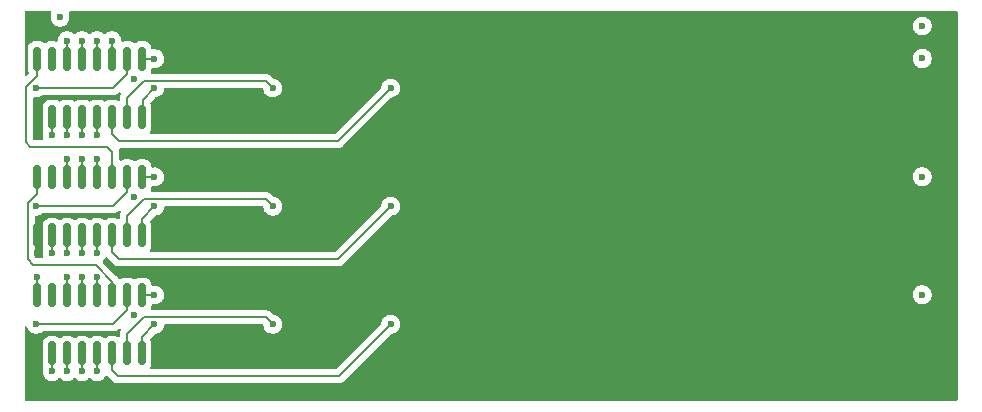
<source format=gbr>
%TF.GenerationSoftware,KiCad,Pcbnew,9.0.3*%
%TF.CreationDate,2025-08-28T14:22:22-04:00*%
%TF.ProjectId,Shift-LED-Board,53686966-742d-44c4-9544-2d426f617264,rev?*%
%TF.SameCoordinates,Original*%
%TF.FileFunction,Copper,L4,Bot*%
%TF.FilePolarity,Positive*%
%FSLAX46Y46*%
G04 Gerber Fmt 4.6, Leading zero omitted, Abs format (unit mm)*
G04 Created by KiCad (PCBNEW 9.0.3) date 2025-08-28 14:22:22*
%MOMM*%
%LPD*%
G01*
G04 APERTURE LIST*
G04 Aperture macros list*
%AMRoundRect*
0 Rectangle with rounded corners*
0 $1 Rounding radius*
0 $2 $3 $4 $5 $6 $7 $8 $9 X,Y pos of 4 corners*
0 Add a 4 corners polygon primitive as box body*
4,1,4,$2,$3,$4,$5,$6,$7,$8,$9,$2,$3,0*
0 Add four circle primitives for the rounded corners*
1,1,$1+$1,$2,$3*
1,1,$1+$1,$4,$5*
1,1,$1+$1,$6,$7*
1,1,$1+$1,$8,$9*
0 Add four rect primitives between the rounded corners*
20,1,$1+$1,$2,$3,$4,$5,0*
20,1,$1+$1,$4,$5,$6,$7,0*
20,1,$1+$1,$6,$7,$8,$9,0*
20,1,$1+$1,$8,$9,$2,$3,0*%
G04 Aperture macros list end*
%TA.AperFunction,SMDPad,CuDef*%
%ADD10RoundRect,0.150000X0.150000X-0.825000X0.150000X0.825000X-0.150000X0.825000X-0.150000X-0.825000X0*%
%TD*%
%TA.AperFunction,ViaPad*%
%ADD11C,0.600000*%
%TD*%
%TA.AperFunction,Conductor*%
%ADD12C,0.200000*%
%TD*%
G04 APERTURE END LIST*
D10*
%TO.P,U2,1,QB*%
%TO.N,Net-(U2-QB)*%
X104945000Y-58475000D03*
%TO.P,U2,2,QC*%
%TO.N,Net-(U2-QC)*%
X103675000Y-58475000D03*
%TO.P,U2,3,QD*%
%TO.N,Net-(U2-QD)*%
X102405000Y-58475000D03*
%TO.P,U2,4,QE*%
%TO.N,Net-(U2-QE)*%
X101135000Y-58475000D03*
%TO.P,U2,5,QF*%
%TO.N,Net-(U2-QF)*%
X99865000Y-58475000D03*
%TO.P,U2,6,QG*%
%TO.N,Net-(U2-QG)*%
X98595000Y-58475000D03*
%TO.P,U2,7,QH*%
%TO.N,Net-(U2-QH)*%
X97325000Y-58475000D03*
%TO.P,U2,8,GND*%
%TO.N,GND*%
X96055000Y-58475000D03*
%TO.P,U2,9,QH'*%
%TO.N,/SER3*%
X96055000Y-53525000D03*
%TO.P,U2,10,~{SRCLR}*%
%TO.N,unconnected-(U2-~{SRCLR}-Pad10)*%
X97325000Y-53525000D03*
%TO.P,U2,11,SRCLK*%
%TO.N,/SR_CLK*%
X98595000Y-53525000D03*
%TO.P,U2,12,RCLK*%
%TO.N,/RC_CLK*%
X99865000Y-53525000D03*
%TO.P,U2,13,~{OE}*%
%TO.N,/OE*%
X101135000Y-53525000D03*
%TO.P,U2,14,SER*%
%TO.N,/SER2*%
X102405000Y-53525000D03*
%TO.P,U2,15,QA*%
%TO.N,Net-(U2-QA)*%
X103675000Y-53525000D03*
%TO.P,U2,16,VCC*%
%TO.N,/5V*%
X104945000Y-53525000D03*
%TD*%
%TO.P,U1,1,QB*%
%TO.N,Net-(U1-QB)*%
X104945000Y-48475000D03*
%TO.P,U1,2,QC*%
%TO.N,Net-(U1-QC)*%
X103675000Y-48475000D03*
%TO.P,U1,3,QD*%
%TO.N,Net-(U1-QD)*%
X102405000Y-48475000D03*
%TO.P,U1,4,QE*%
%TO.N,Net-(U1-QE)*%
X101135000Y-48475000D03*
%TO.P,U1,5,QF*%
%TO.N,Net-(U1-QF)*%
X99865000Y-48475000D03*
%TO.P,U1,6,QG*%
%TO.N,Net-(U1-QG)*%
X98595000Y-48475000D03*
%TO.P,U1,7,QH*%
%TO.N,Net-(U1-QH)*%
X97325000Y-48475000D03*
%TO.P,U1,8,GND*%
%TO.N,GND*%
X96055000Y-48475000D03*
%TO.P,U1,9,QH'*%
%TO.N,/SER2*%
X96055000Y-43525000D03*
%TO.P,U1,10,~{SRCLR}*%
%TO.N,unconnected-(U1-~{SRCLR}-Pad10)*%
X97325000Y-43525000D03*
%TO.P,U1,11,SRCLK*%
%TO.N,/SR_CLK*%
X98595000Y-43525000D03*
%TO.P,U1,12,RCLK*%
%TO.N,/RC_CLK*%
X99865000Y-43525000D03*
%TO.P,U1,13,~{OE}*%
%TO.N,/OE*%
X101135000Y-43525000D03*
%TO.P,U1,14,SER*%
%TO.N,/SER_IN*%
X102405000Y-43525000D03*
%TO.P,U1,15,QA*%
%TO.N,Net-(U1-QA)*%
X103675000Y-43525000D03*
%TO.P,U1,16,VCC*%
%TO.N,/5V*%
X104945000Y-43525000D03*
%TD*%
%TO.P,U3,1,QB*%
%TO.N,Net-(U3-QB)*%
X104945000Y-68475000D03*
%TO.P,U3,2,QC*%
%TO.N,Net-(U3-QC)*%
X103675000Y-68475000D03*
%TO.P,U3,3,QD*%
%TO.N,Net-(U3-QD)*%
X102405000Y-68475000D03*
%TO.P,U3,4,QE*%
%TO.N,Net-(U3-QE)*%
X101135000Y-68475000D03*
%TO.P,U3,5,QF*%
%TO.N,Net-(U3-QF)*%
X99865000Y-68475000D03*
%TO.P,U3,6,QG*%
%TO.N,Net-(U3-QG)*%
X98595000Y-68475000D03*
%TO.P,U3,7,QH*%
%TO.N,Net-(U3-QH)*%
X97325000Y-68475000D03*
%TO.P,U3,8,GND*%
%TO.N,GND*%
X96055000Y-68475000D03*
%TO.P,U3,9,QH'*%
%TO.N,/SER_OUT*%
X96055000Y-63525000D03*
%TO.P,U3,10,~{SRCLR}*%
%TO.N,unconnected-(U3-~{SRCLR}-Pad10)*%
X97325000Y-63525000D03*
%TO.P,U3,11,SRCLK*%
%TO.N,/SR_CLK*%
X98595000Y-63525000D03*
%TO.P,U3,12,RCLK*%
%TO.N,/RC_CLK*%
X99865000Y-63525000D03*
%TO.P,U3,13,~{OE}*%
%TO.N,/OE*%
X101135000Y-63525000D03*
%TO.P,U3,14,SER*%
%TO.N,/SER3*%
X102405000Y-63525000D03*
%TO.P,U3,15,QA*%
%TO.N,Net-(U3-QA)*%
X103675000Y-63525000D03*
%TO.P,U3,16,VCC*%
%TO.N,/5V*%
X104945000Y-63525000D03*
%TD*%
D11*
%TO.N,GND*%
X171000000Y-71250000D03*
X104250000Y-45250000D03*
X113000000Y-47250000D03*
X123000000Y-57250000D03*
X123000000Y-47250000D03*
X163000000Y-57250000D03*
X96055000Y-50000000D03*
X113000000Y-67250000D03*
X97750000Y-71500000D03*
X153000000Y-47250000D03*
X143000000Y-47250000D03*
X163000000Y-67250000D03*
X173000000Y-57250000D03*
X133000000Y-57250000D03*
X143000000Y-67250000D03*
X163000000Y-47250000D03*
X173000000Y-47250000D03*
X104250000Y-55250000D03*
X173000000Y-67250000D03*
X133000000Y-67250000D03*
X123000000Y-67250000D03*
X96055000Y-60000000D03*
X113000000Y-57250000D03*
X143000000Y-57250000D03*
X133000000Y-47250000D03*
X104250000Y-65250000D03*
X153000000Y-67250000D03*
%TO.N,/5V*%
X171000000Y-40750000D03*
X106000000Y-53525000D03*
X106000000Y-63525000D03*
X98000000Y-40000000D03*
X106000000Y-43525000D03*
%TO.N,Net-(U1-QA)*%
X96000000Y-46000000D03*
%TO.N,Net-(U1-QB)*%
X106000000Y-46000000D03*
%TO.N,Net-(U1-QC)*%
X116000000Y-46000000D03*
%TO.N,Net-(U1-QD)*%
X126000000Y-46000000D03*
%TO.N,Net-(U1-QE)*%
X101135000Y-50000000D03*
%TO.N,Net-(U1-QF)*%
X99865000Y-50000000D03*
%TO.N,Net-(U1-QG)*%
X98595000Y-50000000D03*
%TO.N,Net-(U1-QH)*%
X97325000Y-50000000D03*
%TO.N,Net-(U2-QA)*%
X96000000Y-56000000D03*
%TO.N,Net-(U2-QB)*%
X106000000Y-56000000D03*
%TO.N,Net-(U2-QC)*%
X116000000Y-56000000D03*
%TO.N,Net-(U2-QD)*%
X126000000Y-56000000D03*
%TO.N,Net-(U2-QE)*%
X101135000Y-60000000D03*
%TO.N,Net-(U2-QF)*%
X99865000Y-60000000D03*
%TO.N,Net-(U2-QG)*%
X98595000Y-60000000D03*
%TO.N,Net-(U2-QH)*%
X97325000Y-60000000D03*
%TO.N,Net-(U3-QA)*%
X96000000Y-66000000D03*
%TO.N,Net-(U3-QB)*%
X106000000Y-66000000D03*
%TO.N,Net-(U3-QC)*%
X116000000Y-66000000D03*
%TO.N,Net-(U3-QD)*%
X126000000Y-66000000D03*
%TO.N,Net-(U3-QE)*%
X101135000Y-70000000D03*
%TO.N,Net-(U3-QF)*%
X99865000Y-70000000D03*
%TO.N,Net-(U3-QG)*%
X98595000Y-70000000D03*
%TO.N,Net-(U3-QH)*%
X97325000Y-70000000D03*
%TO.N,/SER_IN*%
X102405000Y-42000000D03*
%TO.N,/SR_CLK*%
X98595000Y-52000000D03*
X98595000Y-42000000D03*
X98595000Y-62000000D03*
X171000000Y-63500000D03*
%TO.N,/OE*%
X101135000Y-42000000D03*
X101135000Y-62000000D03*
X101135000Y-52000000D03*
%TO.N,/RC_CLK*%
X171000000Y-53500000D03*
X99865000Y-42000000D03*
X99865000Y-62000000D03*
X99865000Y-52000000D03*
%TO.N,/SER_OUT*%
X171000000Y-43500000D03*
X96055000Y-62000000D03*
%TD*%
D12*
%TO.N,GND*%
X97000000Y-71500000D02*
X97750000Y-71500000D01*
X96055000Y-68475000D02*
X96055000Y-70555000D01*
X96055000Y-70555000D02*
X97000000Y-71500000D01*
X96055000Y-58475000D02*
X96055000Y-60000000D01*
X96055000Y-48475000D02*
X96055000Y-50000000D01*
%TO.N,/5V*%
X104945000Y-63525000D02*
X106000000Y-63525000D01*
X104945000Y-43525000D02*
X106000000Y-43525000D01*
X104945000Y-53525000D02*
X106000000Y-53525000D01*
%TO.N,Net-(U1-QA)*%
X103675000Y-43525000D02*
X103675000Y-44825000D01*
X103675000Y-44825000D02*
X102500000Y-46000000D01*
X102500000Y-46000000D02*
X96000000Y-46000000D01*
%TO.N,Net-(U1-QB)*%
X105000000Y-48450000D02*
X105000000Y-47000000D01*
X105000000Y-47000000D02*
X106000000Y-46000000D01*
%TO.N,Net-(U1-QC)*%
X115399000Y-45399000D02*
X116000000Y-46000000D01*
X105101000Y-45399000D02*
X115399000Y-45399000D01*
X103675000Y-48475000D02*
X103675000Y-46825000D01*
X103675000Y-46825000D02*
X105101000Y-45399000D01*
%TO.N,Net-(U1-QD)*%
X102405000Y-49905000D02*
X103000000Y-50500000D01*
X102405000Y-48475000D02*
X102405000Y-49905000D01*
X103000000Y-50500000D02*
X121500000Y-50500000D01*
X121500000Y-50500000D02*
X126000000Y-46000000D01*
%TO.N,Net-(U1-QE)*%
X101135000Y-50000000D02*
X101135000Y-48475000D01*
%TO.N,Net-(U1-QF)*%
X99865000Y-50000000D02*
X99865000Y-48475000D01*
%TO.N,Net-(U1-QG)*%
X98595000Y-50000000D02*
X98595000Y-48475000D01*
%TO.N,Net-(U1-QH)*%
X97325000Y-50000000D02*
X97325000Y-48475000D01*
%TO.N,Net-(U2-QA)*%
X102500000Y-56000000D02*
X96000000Y-56000000D01*
X103675000Y-54825000D02*
X102500000Y-56000000D01*
X103675000Y-53525000D02*
X103675000Y-54825000D01*
%TO.N,Net-(U2-QB)*%
X104945000Y-58475000D02*
X104945000Y-57055000D01*
X104945000Y-57055000D02*
X106000000Y-56000000D01*
%TO.N,Net-(U2-QC)*%
X103675000Y-58475000D02*
X103675000Y-56825000D01*
X103675000Y-56825000D02*
X105101000Y-55399000D01*
X115399000Y-55399000D02*
X116000000Y-56000000D01*
X103675000Y-58475000D02*
X103675000Y-58821968D01*
X105101000Y-55399000D02*
X115399000Y-55399000D01*
%TO.N,Net-(U2-QD)*%
X102405000Y-59905000D02*
X103000000Y-60500000D01*
X121500000Y-60500000D02*
X126000000Y-56000000D01*
X102405000Y-58475000D02*
X102405000Y-59905000D01*
X103000000Y-60500000D02*
X121500000Y-60500000D01*
%TO.N,Net-(U2-QE)*%
X101135000Y-60000000D02*
X101135000Y-58475000D01*
%TO.N,Net-(U2-QF)*%
X99865000Y-60000000D02*
X99865000Y-58475000D01*
%TO.N,Net-(U2-QG)*%
X98595000Y-60000000D02*
X98595000Y-58475000D01*
%TO.N,Net-(U2-QH)*%
X97325000Y-60000000D02*
X97325000Y-58475000D01*
%TO.N,Net-(U3-QA)*%
X96000000Y-66000000D02*
X102500000Y-66000000D01*
X103675000Y-64825000D02*
X103675000Y-63525000D01*
X102500000Y-66000000D02*
X103675000Y-64825000D01*
%TO.N,Net-(U3-QB)*%
X104945000Y-68475000D02*
X104945000Y-67055000D01*
X104945000Y-67055000D02*
X106000000Y-66000000D01*
%TO.N,Net-(U3-QC)*%
X105101000Y-65399000D02*
X115399000Y-65399000D01*
X103675000Y-66825000D02*
X105101000Y-65399000D01*
X115399000Y-65399000D02*
X116000000Y-66000000D01*
X103675000Y-68475000D02*
X103675000Y-66825000D01*
%TO.N,Net-(U3-QD)*%
X126000000Y-66000000D02*
X121601000Y-70399000D01*
X102899000Y-70399000D02*
X102405000Y-69905000D01*
X121601000Y-70399000D02*
X102899000Y-70399000D01*
X102405000Y-69905000D02*
X102405000Y-68475000D01*
%TO.N,Net-(U3-QE)*%
X101135000Y-68475000D02*
X101135000Y-70000000D01*
%TO.N,Net-(U3-QF)*%
X99865000Y-68475000D02*
X99865000Y-70000000D01*
%TO.N,Net-(U3-QG)*%
X98595000Y-68475000D02*
X98595000Y-70000000D01*
%TO.N,Net-(U3-QH)*%
X97325000Y-68475000D02*
X97325000Y-70000000D01*
%TO.N,/SER_IN*%
X102405000Y-43525000D02*
X102405000Y-42000000D01*
%TO.N,/SR_CLK*%
X98595000Y-43525000D02*
X98595000Y-42000000D01*
X98595000Y-63525000D02*
X98595000Y-62000000D01*
X98595000Y-53525000D02*
X98595000Y-52000000D01*
%TO.N,/SER2*%
X96055000Y-44945000D02*
X95101000Y-45899000D01*
X96055000Y-43525000D02*
X96055000Y-44945000D01*
X102405000Y-51405000D02*
X102405000Y-53525000D01*
X95101000Y-45899000D02*
X95101000Y-50601000D01*
X95500000Y-51000000D02*
X102000000Y-51000000D01*
X95101000Y-50601000D02*
X95500000Y-51000000D01*
X102000000Y-51000000D02*
X102405000Y-51405000D01*
%TO.N,/OE*%
X101135000Y-53525000D02*
X101135000Y-52000000D01*
X101135000Y-63525000D02*
X101135000Y-62000000D01*
X101135000Y-43525000D02*
X101135000Y-42000000D01*
%TO.N,/RC_CLK*%
X99865000Y-63525000D02*
X99865000Y-62000000D01*
X99865000Y-43525000D02*
X99865000Y-42000000D01*
X99865000Y-53525000D02*
X99865000Y-52000000D01*
%TO.N,/SER_OUT*%
X96055000Y-63525000D02*
X96055000Y-62000000D01*
%TO.N,/SER3*%
X96055000Y-54945000D02*
X95250000Y-55750000D01*
X102405000Y-62387695D02*
X102405000Y-63525000D01*
X96055000Y-53525000D02*
X96055000Y-54945000D01*
X95250000Y-60499998D02*
X95750002Y-61000000D01*
X95250000Y-55750000D02*
X95250000Y-60499998D01*
X95750002Y-61000000D02*
X101017305Y-61000000D01*
X101017305Y-61000000D02*
X102405000Y-62387695D01*
%TD*%
%TA.AperFunction,Conductor*%
%TO.N,GND*%
G36*
X97221905Y-39520185D02*
G01*
X97267660Y-39572989D01*
X97277604Y-39642147D01*
X97269427Y-39671953D01*
X97230263Y-39766502D01*
X97230261Y-39766510D01*
X97199500Y-39921153D01*
X97199500Y-40078846D01*
X97230261Y-40233489D01*
X97230264Y-40233501D01*
X97290602Y-40379172D01*
X97290609Y-40379185D01*
X97378210Y-40510288D01*
X97378213Y-40510292D01*
X97489707Y-40621786D01*
X97489711Y-40621789D01*
X97620814Y-40709390D01*
X97620827Y-40709397D01*
X97766498Y-40769735D01*
X97766503Y-40769737D01*
X97921153Y-40800499D01*
X97921156Y-40800500D01*
X97921158Y-40800500D01*
X98078844Y-40800500D01*
X98078845Y-40800499D01*
X98233497Y-40769737D01*
X98379179Y-40709394D01*
X98436411Y-40671153D01*
X170199500Y-40671153D01*
X170199500Y-40828846D01*
X170230261Y-40983489D01*
X170230264Y-40983501D01*
X170290602Y-41129172D01*
X170290609Y-41129185D01*
X170378210Y-41260288D01*
X170378213Y-41260292D01*
X170489707Y-41371786D01*
X170489711Y-41371789D01*
X170620814Y-41459390D01*
X170620827Y-41459397D01*
X170694013Y-41489711D01*
X170766503Y-41519737D01*
X170921153Y-41550499D01*
X170921156Y-41550500D01*
X170921158Y-41550500D01*
X171078844Y-41550500D01*
X171078845Y-41550499D01*
X171233497Y-41519737D01*
X171379179Y-41459394D01*
X171510289Y-41371789D01*
X171621789Y-41260289D01*
X171709394Y-41129179D01*
X171769737Y-40983497D01*
X171800500Y-40828842D01*
X171800500Y-40671158D01*
X171800500Y-40671155D01*
X171800499Y-40671153D01*
X171769738Y-40516510D01*
X171769737Y-40516503D01*
X171767163Y-40510288D01*
X171709397Y-40370827D01*
X171709390Y-40370814D01*
X171621789Y-40239711D01*
X171621786Y-40239707D01*
X171510292Y-40128213D01*
X171510288Y-40128210D01*
X171379185Y-40040609D01*
X171379172Y-40040602D01*
X171233501Y-39980264D01*
X171233489Y-39980261D01*
X171078845Y-39949500D01*
X171078842Y-39949500D01*
X170921158Y-39949500D01*
X170921155Y-39949500D01*
X170766510Y-39980261D01*
X170766498Y-39980264D01*
X170620827Y-40040602D01*
X170620814Y-40040609D01*
X170489711Y-40128210D01*
X170489707Y-40128213D01*
X170378213Y-40239707D01*
X170378210Y-40239711D01*
X170290609Y-40370814D01*
X170290602Y-40370827D01*
X170230264Y-40516498D01*
X170230261Y-40516510D01*
X170199500Y-40671153D01*
X98436411Y-40671153D01*
X98510289Y-40621789D01*
X98510292Y-40621786D01*
X98554694Y-40577385D01*
X98621786Y-40510292D01*
X98621789Y-40510289D01*
X98709394Y-40379179D01*
X98712854Y-40370827D01*
X98767163Y-40239711D01*
X98769737Y-40233497D01*
X98800500Y-40078842D01*
X98800500Y-39921158D01*
X98800500Y-39921155D01*
X98800499Y-39921153D01*
X98769738Y-39766510D01*
X98769737Y-39766503D01*
X98730572Y-39671951D01*
X98723104Y-39602483D01*
X98754379Y-39540004D01*
X98814468Y-39504352D01*
X98845134Y-39500500D01*
X173875500Y-39500500D01*
X173942539Y-39520185D01*
X173988294Y-39572989D01*
X173999500Y-39624500D01*
X173999500Y-72375500D01*
X173979815Y-72442539D01*
X173927011Y-72488294D01*
X173875500Y-72499500D01*
X95124500Y-72499500D01*
X95057461Y-72479815D01*
X95011706Y-72427011D01*
X95000500Y-72375500D01*
X95000500Y-66302190D01*
X95020185Y-66235151D01*
X95072989Y-66189396D01*
X95142147Y-66179452D01*
X95205703Y-66208477D01*
X95239061Y-66254738D01*
X95290602Y-66379172D01*
X95290609Y-66379185D01*
X95378210Y-66510288D01*
X95378213Y-66510292D01*
X95489707Y-66621786D01*
X95489711Y-66621789D01*
X95620814Y-66709390D01*
X95620827Y-66709397D01*
X95766498Y-66769735D01*
X95766503Y-66769737D01*
X95921153Y-66800499D01*
X95921156Y-66800500D01*
X95921158Y-66800500D01*
X96078844Y-66800500D01*
X96078845Y-66800499D01*
X96233497Y-66769737D01*
X96379179Y-66709394D01*
X96379185Y-66709390D01*
X96510875Y-66621398D01*
X96577553Y-66600520D01*
X96579766Y-66600500D01*
X102413331Y-66600500D01*
X102413347Y-66600501D01*
X102420943Y-66600501D01*
X102579054Y-66600501D01*
X102579057Y-66600501D01*
X102731785Y-66559577D01*
X102781904Y-66530639D01*
X102868716Y-66480520D01*
X102946095Y-66403140D01*
X102952505Y-66398216D01*
X102977843Y-66388402D01*
X103001691Y-66375380D01*
X103009942Y-66375970D01*
X103017658Y-66372982D01*
X103044281Y-66378425D01*
X103071383Y-66380364D01*
X103078005Y-66385321D01*
X103086112Y-66386979D01*
X103105565Y-66405951D01*
X103127317Y-66422234D01*
X103130208Y-66429985D01*
X103136131Y-66435762D01*
X103142238Y-66462237D01*
X103151735Y-66487698D01*
X103149976Y-66495782D01*
X103151836Y-66503844D01*
X103142659Y-66529420D01*
X103136884Y-66555971D01*
X103135439Y-66558545D01*
X103115424Y-66593212D01*
X103115423Y-66593214D01*
X103115423Y-66593215D01*
X103074499Y-66745943D01*
X103074499Y-66745945D01*
X103074499Y-66914046D01*
X103074500Y-66914059D01*
X103074500Y-66984093D01*
X103054815Y-67051132D01*
X103002011Y-67096887D01*
X102932853Y-67106831D01*
X102887380Y-67090825D01*
X102815400Y-67048257D01*
X102815393Y-67048254D01*
X102657573Y-67002402D01*
X102657567Y-67002401D01*
X102620701Y-66999500D01*
X102620694Y-66999500D01*
X102189306Y-66999500D01*
X102189298Y-66999500D01*
X102152432Y-67002401D01*
X102152426Y-67002402D01*
X101994606Y-67048254D01*
X101994603Y-67048255D01*
X101853137Y-67131917D01*
X101846969Y-67136702D01*
X101845072Y-67134256D01*
X101796358Y-67160857D01*
X101726666Y-67155873D01*
X101694296Y-67135069D01*
X101693031Y-67136702D01*
X101686862Y-67131917D01*
X101550261Y-67051132D01*
X101545398Y-67048256D01*
X101545397Y-67048255D01*
X101545396Y-67048255D01*
X101545393Y-67048254D01*
X101387573Y-67002402D01*
X101387567Y-67002401D01*
X101350701Y-66999500D01*
X101350694Y-66999500D01*
X100919306Y-66999500D01*
X100919298Y-66999500D01*
X100882432Y-67002401D01*
X100882426Y-67002402D01*
X100724606Y-67048254D01*
X100724603Y-67048255D01*
X100583137Y-67131917D01*
X100576969Y-67136702D01*
X100575072Y-67134256D01*
X100526358Y-67160857D01*
X100456666Y-67155873D01*
X100424296Y-67135069D01*
X100423031Y-67136702D01*
X100416862Y-67131917D01*
X100280261Y-67051132D01*
X100275398Y-67048256D01*
X100275397Y-67048255D01*
X100275396Y-67048255D01*
X100275393Y-67048254D01*
X100117573Y-67002402D01*
X100117567Y-67002401D01*
X100080701Y-66999500D01*
X100080694Y-66999500D01*
X99649306Y-66999500D01*
X99649298Y-66999500D01*
X99612432Y-67002401D01*
X99612426Y-67002402D01*
X99454606Y-67048254D01*
X99454603Y-67048255D01*
X99313137Y-67131917D01*
X99306969Y-67136702D01*
X99305072Y-67134256D01*
X99256358Y-67160857D01*
X99186666Y-67155873D01*
X99154296Y-67135069D01*
X99153031Y-67136702D01*
X99146862Y-67131917D01*
X99010261Y-67051132D01*
X99005398Y-67048256D01*
X99005397Y-67048255D01*
X99005396Y-67048255D01*
X99005393Y-67048254D01*
X98847573Y-67002402D01*
X98847567Y-67002401D01*
X98810701Y-66999500D01*
X98810694Y-66999500D01*
X98379306Y-66999500D01*
X98379298Y-66999500D01*
X98342432Y-67002401D01*
X98342426Y-67002402D01*
X98184606Y-67048254D01*
X98184603Y-67048255D01*
X98043137Y-67131917D01*
X98036969Y-67136702D01*
X98035072Y-67134256D01*
X97986358Y-67160857D01*
X97916666Y-67155873D01*
X97884296Y-67135069D01*
X97883031Y-67136702D01*
X97876862Y-67131917D01*
X97740261Y-67051132D01*
X97735398Y-67048256D01*
X97735397Y-67048255D01*
X97735396Y-67048255D01*
X97735393Y-67048254D01*
X97577573Y-67002402D01*
X97577567Y-67002401D01*
X97540701Y-66999500D01*
X97540694Y-66999500D01*
X97109306Y-66999500D01*
X97109298Y-66999500D01*
X97072432Y-67002401D01*
X97072426Y-67002402D01*
X96914606Y-67048254D01*
X96914603Y-67048255D01*
X96773137Y-67131917D01*
X96773129Y-67131923D01*
X96656923Y-67248129D01*
X96656917Y-67248137D01*
X96573255Y-67389603D01*
X96573254Y-67389606D01*
X96527402Y-67547426D01*
X96527401Y-67547432D01*
X96524500Y-67584298D01*
X96524500Y-69365701D01*
X96527401Y-69402567D01*
X96527402Y-69402573D01*
X96573254Y-69560392D01*
X96573257Y-69560401D01*
X96581342Y-69574072D01*
X96598522Y-69641797D01*
X96589170Y-69684640D01*
X96555263Y-69766502D01*
X96555260Y-69766511D01*
X96524500Y-69921153D01*
X96524500Y-70078846D01*
X96555261Y-70233489D01*
X96555264Y-70233501D01*
X96615602Y-70379172D01*
X96615609Y-70379185D01*
X96703210Y-70510288D01*
X96703213Y-70510292D01*
X96814707Y-70621786D01*
X96814711Y-70621789D01*
X96945814Y-70709390D01*
X96945827Y-70709397D01*
X97086624Y-70767716D01*
X97091503Y-70769737D01*
X97246153Y-70800499D01*
X97246156Y-70800500D01*
X97246158Y-70800500D01*
X97403844Y-70800500D01*
X97403845Y-70800499D01*
X97558497Y-70769737D01*
X97704179Y-70709394D01*
X97835289Y-70621789D01*
X97835292Y-70621786D01*
X97872319Y-70584760D01*
X97933642Y-70551275D01*
X98003334Y-70556259D01*
X98047681Y-70584760D01*
X98084707Y-70621786D01*
X98084711Y-70621789D01*
X98215814Y-70709390D01*
X98215827Y-70709397D01*
X98356624Y-70767716D01*
X98361503Y-70769737D01*
X98516153Y-70800499D01*
X98516156Y-70800500D01*
X98516158Y-70800500D01*
X98673844Y-70800500D01*
X98673845Y-70800499D01*
X98828497Y-70769737D01*
X98974179Y-70709394D01*
X99105289Y-70621789D01*
X99105292Y-70621786D01*
X99142319Y-70584760D01*
X99203642Y-70551275D01*
X99273334Y-70556259D01*
X99317681Y-70584760D01*
X99354707Y-70621786D01*
X99354711Y-70621789D01*
X99485814Y-70709390D01*
X99485827Y-70709397D01*
X99626624Y-70767716D01*
X99631503Y-70769737D01*
X99786153Y-70800499D01*
X99786156Y-70800500D01*
X99786158Y-70800500D01*
X99943844Y-70800500D01*
X99943845Y-70800499D01*
X100098497Y-70769737D01*
X100244179Y-70709394D01*
X100375289Y-70621789D01*
X100375292Y-70621786D01*
X100412319Y-70584760D01*
X100473642Y-70551275D01*
X100543334Y-70556259D01*
X100587681Y-70584760D01*
X100624707Y-70621786D01*
X100624711Y-70621789D01*
X100755814Y-70709390D01*
X100755827Y-70709397D01*
X100896624Y-70767716D01*
X100901503Y-70769737D01*
X101056153Y-70800499D01*
X101056156Y-70800500D01*
X101056158Y-70800500D01*
X101213844Y-70800500D01*
X101213845Y-70800499D01*
X101368497Y-70769737D01*
X101514179Y-70709394D01*
X101645289Y-70621789D01*
X101756789Y-70510289D01*
X101834771Y-70393579D01*
X101850936Y-70380070D01*
X101863560Y-70363206D01*
X101877206Y-70358115D01*
X101888383Y-70348775D01*
X101909284Y-70346149D01*
X101929023Y-70338787D01*
X101943256Y-70341882D01*
X101957707Y-70340068D01*
X101976709Y-70349158D01*
X101997297Y-70353637D01*
X102017179Y-70368521D01*
X102020735Y-70370222D01*
X102025532Y-70374768D01*
X102036284Y-70385520D01*
X102036286Y-70385521D01*
X102043354Y-70392589D01*
X102414139Y-70763374D01*
X102414149Y-70763385D01*
X102418479Y-70767715D01*
X102418480Y-70767716D01*
X102530284Y-70879520D01*
X102530286Y-70879521D01*
X102530290Y-70879524D01*
X102667209Y-70958573D01*
X102667216Y-70958577D01*
X102779019Y-70988534D01*
X102819942Y-70999500D01*
X102819943Y-70999500D01*
X121514331Y-70999500D01*
X121514347Y-70999501D01*
X121521943Y-70999501D01*
X121680054Y-70999501D01*
X121680057Y-70999501D01*
X121832785Y-70958577D01*
X121882904Y-70929639D01*
X121969716Y-70879520D01*
X122081520Y-70767716D01*
X122081520Y-70767714D01*
X122091728Y-70757507D01*
X122091729Y-70757504D01*
X126014662Y-66834572D01*
X126075983Y-66801089D01*
X126078150Y-66800638D01*
X126136085Y-66789113D01*
X126233497Y-66769737D01*
X126379179Y-66709394D01*
X126510289Y-66621789D01*
X126621789Y-66510289D01*
X126709394Y-66379179D01*
X126769737Y-66233497D01*
X126800500Y-66078842D01*
X126800500Y-65921158D01*
X126800500Y-65921155D01*
X126800499Y-65921153D01*
X126769738Y-65766510D01*
X126769738Y-65766508D01*
X126769737Y-65766503D01*
X126760938Y-65745261D01*
X126709397Y-65620827D01*
X126709390Y-65620814D01*
X126621789Y-65489711D01*
X126621786Y-65489707D01*
X126510292Y-65378213D01*
X126510288Y-65378210D01*
X126379185Y-65290609D01*
X126379172Y-65290602D01*
X126233501Y-65230264D01*
X126233489Y-65230261D01*
X126078845Y-65199500D01*
X126078842Y-65199500D01*
X125921158Y-65199500D01*
X125921155Y-65199500D01*
X125766510Y-65230261D01*
X125766498Y-65230264D01*
X125620827Y-65290602D01*
X125620814Y-65290609D01*
X125489711Y-65378210D01*
X125489707Y-65378213D01*
X125378213Y-65489707D01*
X125378210Y-65489711D01*
X125290609Y-65620814D01*
X125290602Y-65620827D01*
X125230264Y-65766498D01*
X125230261Y-65766508D01*
X125199361Y-65921850D01*
X125166976Y-65983761D01*
X125165425Y-65985339D01*
X121388584Y-69762181D01*
X121327261Y-69795666D01*
X121300903Y-69798500D01*
X105773326Y-69798500D01*
X105706287Y-69778815D01*
X105660532Y-69726011D01*
X105650588Y-69656853D01*
X105666594Y-69611379D01*
X105696744Y-69560398D01*
X105742598Y-69402569D01*
X105745500Y-69365694D01*
X105745500Y-67584306D01*
X105742598Y-67547431D01*
X105696744Y-67389602D01*
X105657588Y-67323393D01*
X105640406Y-67255671D01*
X105662566Y-67189409D01*
X105676634Y-67172600D01*
X106014662Y-66834572D01*
X106075983Y-66801089D01*
X106078150Y-66800638D01*
X106136085Y-66789113D01*
X106233497Y-66769737D01*
X106379179Y-66709394D01*
X106510289Y-66621789D01*
X106621789Y-66510289D01*
X106709394Y-66379179D01*
X106769737Y-66233497D01*
X106796429Y-66099309D01*
X106828814Y-66037398D01*
X106889529Y-66002824D01*
X106918046Y-65999500D01*
X115081954Y-65999500D01*
X115148993Y-66019185D01*
X115194748Y-66071989D01*
X115203571Y-66099309D01*
X115230261Y-66233489D01*
X115230264Y-66233501D01*
X115290602Y-66379172D01*
X115290609Y-66379185D01*
X115378210Y-66510288D01*
X115378213Y-66510292D01*
X115489707Y-66621786D01*
X115489711Y-66621789D01*
X115620814Y-66709390D01*
X115620827Y-66709397D01*
X115766498Y-66769735D01*
X115766503Y-66769737D01*
X115921153Y-66800499D01*
X115921156Y-66800500D01*
X115921158Y-66800500D01*
X116078844Y-66800500D01*
X116078845Y-66800499D01*
X116233497Y-66769737D01*
X116379179Y-66709394D01*
X116510289Y-66621789D01*
X116621789Y-66510289D01*
X116709394Y-66379179D01*
X116769737Y-66233497D01*
X116800500Y-66078842D01*
X116800500Y-65921158D01*
X116800500Y-65921155D01*
X116800499Y-65921153D01*
X116769738Y-65766510D01*
X116769738Y-65766508D01*
X116769737Y-65766503D01*
X116760938Y-65745261D01*
X116709397Y-65620827D01*
X116709390Y-65620814D01*
X116621789Y-65489711D01*
X116621786Y-65489707D01*
X116510292Y-65378213D01*
X116510288Y-65378210D01*
X116379185Y-65290609D01*
X116379172Y-65290602D01*
X116233501Y-65230264D01*
X116233491Y-65230261D01*
X116078149Y-65199361D01*
X116061392Y-65190595D01*
X116042914Y-65186576D01*
X116017877Y-65167833D01*
X116016238Y-65166976D01*
X116014660Y-65165425D01*
X115886590Y-65037355D01*
X115886588Y-65037352D01*
X115767717Y-64918481D01*
X115767709Y-64918475D01*
X115680423Y-64868081D01*
X115680422Y-64868081D01*
X115630785Y-64839423D01*
X115478057Y-64798499D01*
X115319943Y-64798499D01*
X115312347Y-64798499D01*
X115312331Y-64798500D01*
X105802896Y-64798500D01*
X105735857Y-64778815D01*
X105690102Y-64726011D01*
X105680158Y-64656853D01*
X105683446Y-64641217D01*
X105687836Y-64625459D01*
X105696744Y-64610398D01*
X105742598Y-64452569D01*
X105745191Y-64419620D01*
X105748416Y-64408046D01*
X105760795Y-64388182D01*
X105769131Y-64366313D01*
X105778931Y-64359084D01*
X105785373Y-64348750D01*
X105806524Y-64338733D01*
X105825361Y-64324841D01*
X105837898Y-64323876D01*
X105848520Y-64318847D01*
X105868915Y-64321491D01*
X105892058Y-64319712D01*
X105921155Y-64325500D01*
X105921158Y-64325500D01*
X106078844Y-64325500D01*
X106078845Y-64325499D01*
X106233497Y-64294737D01*
X106379179Y-64234394D01*
X106510289Y-64146789D01*
X106621789Y-64035289D01*
X106709394Y-63904179D01*
X106769737Y-63758497D01*
X106800500Y-63603842D01*
X106800500Y-63446158D01*
X106800500Y-63446155D01*
X106800499Y-63446153D01*
X106799128Y-63439257D01*
X106795527Y-63421153D01*
X170199500Y-63421153D01*
X170199500Y-63578846D01*
X170230261Y-63733489D01*
X170230264Y-63733501D01*
X170290602Y-63879172D01*
X170290609Y-63879185D01*
X170378210Y-64010288D01*
X170378213Y-64010292D01*
X170489707Y-64121786D01*
X170489711Y-64121789D01*
X170620814Y-64209390D01*
X170620827Y-64209397D01*
X170766498Y-64269735D01*
X170766503Y-64269737D01*
X170892176Y-64294735D01*
X170921153Y-64300499D01*
X170921156Y-64300500D01*
X170921158Y-64300500D01*
X171078844Y-64300500D01*
X171078845Y-64300499D01*
X171233497Y-64269737D01*
X171379179Y-64209394D01*
X171510289Y-64121789D01*
X171621789Y-64010289D01*
X171709394Y-63879179D01*
X171769737Y-63733497D01*
X171800500Y-63578842D01*
X171800500Y-63421158D01*
X171800500Y-63421155D01*
X171800499Y-63421153D01*
X171769738Y-63266510D01*
X171769737Y-63266503D01*
X171719752Y-63145827D01*
X171709397Y-63120827D01*
X171709390Y-63120814D01*
X171621789Y-62989711D01*
X171621786Y-62989707D01*
X171510292Y-62878213D01*
X171510288Y-62878210D01*
X171379185Y-62790609D01*
X171379172Y-62790602D01*
X171233501Y-62730264D01*
X171233489Y-62730261D01*
X171078845Y-62699500D01*
X171078842Y-62699500D01*
X170921158Y-62699500D01*
X170921155Y-62699500D01*
X170766510Y-62730261D01*
X170766498Y-62730264D01*
X170620827Y-62790602D01*
X170620814Y-62790609D01*
X170489711Y-62878210D01*
X170489707Y-62878213D01*
X170378213Y-62989707D01*
X170378210Y-62989711D01*
X170290609Y-63120814D01*
X170290602Y-63120827D01*
X170230264Y-63266498D01*
X170230261Y-63266510D01*
X170199500Y-63421153D01*
X106795527Y-63421153D01*
X106769738Y-63291508D01*
X106769737Y-63291507D01*
X106769737Y-63291503D01*
X106759380Y-63266498D01*
X106709397Y-63145827D01*
X106709390Y-63145814D01*
X106621789Y-63014711D01*
X106621786Y-63014707D01*
X106510292Y-62903213D01*
X106510288Y-62903210D01*
X106379185Y-62815609D01*
X106379172Y-62815602D01*
X106233501Y-62755264D01*
X106233489Y-62755261D01*
X106078845Y-62724500D01*
X106078842Y-62724500D01*
X105921158Y-62724500D01*
X105921156Y-62724500D01*
X105892054Y-62730288D01*
X105822463Y-62724059D01*
X105767287Y-62681194D01*
X105744248Y-62618398D01*
X105742598Y-62597432D01*
X105742597Y-62597426D01*
X105696745Y-62439606D01*
X105696744Y-62439603D01*
X105696744Y-62439602D01*
X105613081Y-62298135D01*
X105613079Y-62298133D01*
X105613076Y-62298129D01*
X105496870Y-62181923D01*
X105496862Y-62181917D01*
X105418681Y-62135681D01*
X105355398Y-62098256D01*
X105355397Y-62098255D01*
X105355396Y-62098255D01*
X105355393Y-62098254D01*
X105197573Y-62052402D01*
X105197567Y-62052401D01*
X105160701Y-62049500D01*
X105160694Y-62049500D01*
X104729306Y-62049500D01*
X104729298Y-62049500D01*
X104692432Y-62052401D01*
X104692426Y-62052402D01*
X104534606Y-62098254D01*
X104534603Y-62098255D01*
X104393137Y-62181917D01*
X104386969Y-62186702D01*
X104385072Y-62184256D01*
X104336358Y-62210857D01*
X104266666Y-62205873D01*
X104234296Y-62185069D01*
X104233031Y-62186702D01*
X104226862Y-62181917D01*
X104148681Y-62135681D01*
X104085398Y-62098256D01*
X104085397Y-62098255D01*
X104085396Y-62098255D01*
X104085393Y-62098254D01*
X103927573Y-62052402D01*
X103927567Y-62052401D01*
X103890701Y-62049500D01*
X103890694Y-62049500D01*
X103459306Y-62049500D01*
X103459298Y-62049500D01*
X103422432Y-62052401D01*
X103422426Y-62052402D01*
X103264606Y-62098254D01*
X103264599Y-62098257D01*
X103123983Y-62181416D01*
X103056259Y-62198599D01*
X102989997Y-62176439D01*
X102953476Y-62136683D01*
X102931291Y-62098257D01*
X102931290Y-62098255D01*
X102885522Y-62018982D01*
X102885521Y-62018981D01*
X102885520Y-62018979D01*
X102773716Y-61907175D01*
X102773715Y-61907174D01*
X102769385Y-61902844D01*
X102769374Y-61902834D01*
X101654490Y-60787950D01*
X101621005Y-60726627D01*
X101625989Y-60656935D01*
X101654488Y-60612589D01*
X101756789Y-60510289D01*
X101834771Y-60393579D01*
X101850936Y-60380070D01*
X101863560Y-60363206D01*
X101877206Y-60358115D01*
X101888383Y-60348775D01*
X101909284Y-60346149D01*
X101929023Y-60338787D01*
X101943256Y-60341882D01*
X101957707Y-60340068D01*
X101976709Y-60349158D01*
X101997297Y-60353637D01*
X102017179Y-60368521D01*
X102020735Y-60370222D01*
X102025532Y-60374768D01*
X102036284Y-60385520D01*
X102036286Y-60385521D01*
X102043354Y-60392589D01*
X102515139Y-60864374D01*
X102515149Y-60864385D01*
X102519479Y-60868715D01*
X102519480Y-60868716D01*
X102631284Y-60980520D01*
X102718095Y-61030639D01*
X102718097Y-61030641D01*
X102756151Y-61052611D01*
X102768215Y-61059577D01*
X102920943Y-61100500D01*
X121413331Y-61100500D01*
X121413347Y-61100501D01*
X121420943Y-61100501D01*
X121579054Y-61100501D01*
X121579057Y-61100501D01*
X121731785Y-61059577D01*
X121781904Y-61030639D01*
X121868716Y-60980520D01*
X121980520Y-60868716D01*
X121980520Y-60868714D01*
X121990728Y-60858507D01*
X121990729Y-60858504D01*
X126014662Y-56834572D01*
X126075983Y-56801089D01*
X126078150Y-56800638D01*
X126136085Y-56789113D01*
X126233497Y-56769737D01*
X126379179Y-56709394D01*
X126510289Y-56621789D01*
X126621789Y-56510289D01*
X126709394Y-56379179D01*
X126769737Y-56233497D01*
X126800500Y-56078842D01*
X126800500Y-55921158D01*
X126800500Y-55921155D01*
X126800499Y-55921153D01*
X126769738Y-55766510D01*
X126769738Y-55766508D01*
X126769737Y-55766503D01*
X126769735Y-55766498D01*
X126709397Y-55620827D01*
X126709390Y-55620814D01*
X126621789Y-55489711D01*
X126621786Y-55489707D01*
X126510292Y-55378213D01*
X126510288Y-55378210D01*
X126379185Y-55290609D01*
X126379172Y-55290602D01*
X126233501Y-55230264D01*
X126233489Y-55230261D01*
X126078845Y-55199500D01*
X126078842Y-55199500D01*
X125921158Y-55199500D01*
X125921155Y-55199500D01*
X125766510Y-55230261D01*
X125766498Y-55230264D01*
X125620827Y-55290602D01*
X125620814Y-55290609D01*
X125489711Y-55378210D01*
X125489707Y-55378213D01*
X125378213Y-55489707D01*
X125378210Y-55489711D01*
X125290609Y-55620814D01*
X125290602Y-55620827D01*
X125230264Y-55766498D01*
X125230261Y-55766508D01*
X125199361Y-55921850D01*
X125166976Y-55983761D01*
X125165425Y-55985339D01*
X121287584Y-59863181D01*
X121226261Y-59896666D01*
X121199903Y-59899500D01*
X105712895Y-59899500D01*
X105645856Y-59879815D01*
X105600101Y-59827011D01*
X105590157Y-59757853D01*
X105610671Y-59709503D01*
X105609110Y-59708580D01*
X105657119Y-59627400D01*
X105696744Y-59560398D01*
X105742598Y-59402569D01*
X105745500Y-59365694D01*
X105745500Y-57584306D01*
X105742598Y-57547431D01*
X105696744Y-57389602D01*
X105657588Y-57323393D01*
X105640406Y-57255671D01*
X105662566Y-57189409D01*
X105676634Y-57172600D01*
X106014662Y-56834572D01*
X106075983Y-56801089D01*
X106078150Y-56800638D01*
X106136085Y-56789113D01*
X106233497Y-56769737D01*
X106379179Y-56709394D01*
X106510289Y-56621789D01*
X106621789Y-56510289D01*
X106709394Y-56379179D01*
X106769737Y-56233497D01*
X106796429Y-56099309D01*
X106828814Y-56037398D01*
X106889529Y-56002824D01*
X106918046Y-55999500D01*
X115081954Y-55999500D01*
X115148993Y-56019185D01*
X115194748Y-56071989D01*
X115203571Y-56099309D01*
X115230261Y-56233489D01*
X115230264Y-56233501D01*
X115290602Y-56379172D01*
X115290609Y-56379185D01*
X115378210Y-56510288D01*
X115378213Y-56510292D01*
X115489707Y-56621786D01*
X115489711Y-56621789D01*
X115620814Y-56709390D01*
X115620827Y-56709397D01*
X115766498Y-56769735D01*
X115766503Y-56769737D01*
X115921153Y-56800499D01*
X115921156Y-56800500D01*
X115921158Y-56800500D01*
X116078844Y-56800500D01*
X116078845Y-56800499D01*
X116233497Y-56769737D01*
X116379179Y-56709394D01*
X116510289Y-56621789D01*
X116621789Y-56510289D01*
X116709394Y-56379179D01*
X116769737Y-56233497D01*
X116800500Y-56078842D01*
X116800500Y-55921158D01*
X116800500Y-55921155D01*
X116800499Y-55921153D01*
X116769738Y-55766510D01*
X116769738Y-55766508D01*
X116769737Y-55766503D01*
X116769735Y-55766498D01*
X116709397Y-55620827D01*
X116709390Y-55620814D01*
X116621789Y-55489711D01*
X116621786Y-55489707D01*
X116510292Y-55378213D01*
X116510288Y-55378210D01*
X116379185Y-55290609D01*
X116379172Y-55290602D01*
X116233501Y-55230264D01*
X116233491Y-55230261D01*
X116078149Y-55199361D01*
X116061392Y-55190595D01*
X116042914Y-55186576D01*
X116017877Y-55167833D01*
X116016238Y-55166976D01*
X116014660Y-55165425D01*
X115886590Y-55037355D01*
X115886588Y-55037352D01*
X115767717Y-54918481D01*
X115767709Y-54918475D01*
X115676718Y-54865942D01*
X115676717Y-54865942D01*
X115650667Y-54850902D01*
X115630785Y-54839423D01*
X115478057Y-54798499D01*
X115319943Y-54798499D01*
X115312347Y-54798499D01*
X115312331Y-54798500D01*
X105802896Y-54798500D01*
X105735857Y-54778815D01*
X105690102Y-54726011D01*
X105680158Y-54656853D01*
X105683446Y-54641217D01*
X105687836Y-54625459D01*
X105696744Y-54610398D01*
X105742598Y-54452569D01*
X105745191Y-54419620D01*
X105748416Y-54408046D01*
X105760795Y-54388182D01*
X105769131Y-54366313D01*
X105778931Y-54359084D01*
X105785373Y-54348750D01*
X105806524Y-54338733D01*
X105825361Y-54324841D01*
X105837898Y-54323876D01*
X105848520Y-54318847D01*
X105868915Y-54321491D01*
X105892058Y-54319712D01*
X105921155Y-54325500D01*
X105921158Y-54325500D01*
X106078844Y-54325500D01*
X106078845Y-54325499D01*
X106233497Y-54294737D01*
X106379179Y-54234394D01*
X106510289Y-54146789D01*
X106621789Y-54035289D01*
X106709394Y-53904179D01*
X106769737Y-53758497D01*
X106800500Y-53603842D01*
X106800500Y-53446158D01*
X106800500Y-53446155D01*
X106800499Y-53446153D01*
X106799128Y-53439257D01*
X106795527Y-53421153D01*
X170199500Y-53421153D01*
X170199500Y-53578846D01*
X170230261Y-53733489D01*
X170230264Y-53733501D01*
X170290602Y-53879172D01*
X170290609Y-53879185D01*
X170378210Y-54010288D01*
X170378213Y-54010292D01*
X170489707Y-54121786D01*
X170489711Y-54121789D01*
X170620814Y-54209390D01*
X170620827Y-54209397D01*
X170766498Y-54269735D01*
X170766503Y-54269737D01*
X170892176Y-54294735D01*
X170921153Y-54300499D01*
X170921156Y-54300500D01*
X170921158Y-54300500D01*
X171078844Y-54300500D01*
X171078845Y-54300499D01*
X171233497Y-54269737D01*
X171379179Y-54209394D01*
X171510289Y-54121789D01*
X171621789Y-54010289D01*
X171709394Y-53879179D01*
X171769737Y-53733497D01*
X171800500Y-53578842D01*
X171800500Y-53421158D01*
X171800500Y-53421155D01*
X171800499Y-53421153D01*
X171769738Y-53266510D01*
X171769737Y-53266503D01*
X171719752Y-53145827D01*
X171709397Y-53120827D01*
X171709390Y-53120814D01*
X171621789Y-52989711D01*
X171621786Y-52989707D01*
X171510292Y-52878213D01*
X171510288Y-52878210D01*
X171379185Y-52790609D01*
X171379172Y-52790602D01*
X171233501Y-52730264D01*
X171233489Y-52730261D01*
X171078845Y-52699500D01*
X171078842Y-52699500D01*
X170921158Y-52699500D01*
X170921155Y-52699500D01*
X170766510Y-52730261D01*
X170766498Y-52730264D01*
X170620827Y-52790602D01*
X170620814Y-52790609D01*
X170489711Y-52878210D01*
X170489707Y-52878213D01*
X170378213Y-52989707D01*
X170378210Y-52989711D01*
X170290609Y-53120814D01*
X170290602Y-53120827D01*
X170230264Y-53266498D01*
X170230261Y-53266510D01*
X170199500Y-53421153D01*
X106795527Y-53421153D01*
X106769738Y-53291508D01*
X106769737Y-53291507D01*
X106769737Y-53291503D01*
X106759380Y-53266498D01*
X106709397Y-53145827D01*
X106709390Y-53145814D01*
X106621789Y-53014711D01*
X106621786Y-53014707D01*
X106510292Y-52903213D01*
X106510288Y-52903210D01*
X106379185Y-52815609D01*
X106379172Y-52815602D01*
X106233501Y-52755264D01*
X106233489Y-52755261D01*
X106078845Y-52724500D01*
X106078842Y-52724500D01*
X105921158Y-52724500D01*
X105921156Y-52724500D01*
X105892054Y-52730288D01*
X105822463Y-52724059D01*
X105767287Y-52681194D01*
X105744248Y-52618398D01*
X105742598Y-52597432D01*
X105742597Y-52597426D01*
X105696745Y-52439606D01*
X105696744Y-52439603D01*
X105696744Y-52439602D01*
X105613081Y-52298135D01*
X105613079Y-52298133D01*
X105613076Y-52298129D01*
X105496870Y-52181923D01*
X105496862Y-52181917D01*
X105418681Y-52135681D01*
X105355398Y-52098256D01*
X105355397Y-52098255D01*
X105355396Y-52098255D01*
X105355393Y-52098254D01*
X105197573Y-52052402D01*
X105197567Y-52052401D01*
X105160701Y-52049500D01*
X105160694Y-52049500D01*
X104729306Y-52049500D01*
X104729298Y-52049500D01*
X104692432Y-52052401D01*
X104692426Y-52052402D01*
X104534606Y-52098254D01*
X104534603Y-52098255D01*
X104393137Y-52181917D01*
X104386969Y-52186702D01*
X104385072Y-52184256D01*
X104336358Y-52210857D01*
X104266666Y-52205873D01*
X104234296Y-52185069D01*
X104233031Y-52186702D01*
X104226862Y-52181917D01*
X104148681Y-52135681D01*
X104085398Y-52098256D01*
X104085397Y-52098255D01*
X104085396Y-52098255D01*
X104085393Y-52098254D01*
X103927573Y-52052402D01*
X103927567Y-52052401D01*
X103890701Y-52049500D01*
X103890694Y-52049500D01*
X103459306Y-52049500D01*
X103459298Y-52049500D01*
X103422432Y-52052401D01*
X103422426Y-52052402D01*
X103264606Y-52098254D01*
X103264599Y-52098257D01*
X103192620Y-52140825D01*
X103124896Y-52158008D01*
X103058634Y-52135848D01*
X103014871Y-52081381D01*
X103005500Y-52034093D01*
X103005500Y-51325944D01*
X103005500Y-51325943D01*
X102996031Y-51290606D01*
X102986917Y-51256591D01*
X102988580Y-51186743D01*
X103027743Y-51128881D01*
X103091972Y-51101377D01*
X103106692Y-51100500D01*
X121413331Y-51100500D01*
X121413347Y-51100501D01*
X121420943Y-51100501D01*
X121579054Y-51100501D01*
X121579057Y-51100501D01*
X121731785Y-51059577D01*
X121781904Y-51030639D01*
X121868716Y-50980520D01*
X121980520Y-50868716D01*
X121980520Y-50868714D01*
X121990728Y-50858507D01*
X121990729Y-50858504D01*
X126014662Y-46834572D01*
X126075983Y-46801089D01*
X126078150Y-46800638D01*
X126150310Y-46786284D01*
X126233497Y-46769737D01*
X126379179Y-46709394D01*
X126510289Y-46621789D01*
X126621789Y-46510289D01*
X126709394Y-46379179D01*
X126711961Y-46372983D01*
X126769735Y-46233501D01*
X126769737Y-46233497D01*
X126800500Y-46078842D01*
X126800500Y-45921158D01*
X126800500Y-45921155D01*
X126800499Y-45921153D01*
X126769738Y-45766510D01*
X126769738Y-45766508D01*
X126769737Y-45766503D01*
X126769735Y-45766498D01*
X126709397Y-45620827D01*
X126709390Y-45620814D01*
X126621789Y-45489711D01*
X126621786Y-45489707D01*
X126510292Y-45378213D01*
X126510288Y-45378210D01*
X126379185Y-45290609D01*
X126379172Y-45290602D01*
X126233501Y-45230264D01*
X126233489Y-45230261D01*
X126078845Y-45199500D01*
X126078842Y-45199500D01*
X125921158Y-45199500D01*
X125921155Y-45199500D01*
X125766510Y-45230261D01*
X125766498Y-45230264D01*
X125620827Y-45290602D01*
X125620814Y-45290609D01*
X125489711Y-45378210D01*
X125489707Y-45378213D01*
X125378213Y-45489707D01*
X125378210Y-45489711D01*
X125290609Y-45620814D01*
X125290602Y-45620827D01*
X125230264Y-45766498D01*
X125230261Y-45766508D01*
X125199361Y-45921850D01*
X125166976Y-45983761D01*
X125165425Y-45985339D01*
X121287584Y-49863181D01*
X121226261Y-49896666D01*
X121199903Y-49899500D01*
X105712895Y-49899500D01*
X105645856Y-49879815D01*
X105600101Y-49827011D01*
X105590157Y-49757853D01*
X105610671Y-49709503D01*
X105609110Y-49708580D01*
X105657119Y-49627400D01*
X105696744Y-49560398D01*
X105742598Y-49402569D01*
X105745500Y-49365694D01*
X105745500Y-47584306D01*
X105742598Y-47547431D01*
X105696744Y-47389602D01*
X105657588Y-47323393D01*
X105640406Y-47255671D01*
X105662566Y-47189409D01*
X105676633Y-47172601D01*
X106014665Y-46834570D01*
X106075984Y-46801088D01*
X106078151Y-46800637D01*
X106078840Y-46800500D01*
X106078842Y-46800500D01*
X106233497Y-46769737D01*
X106379179Y-46709394D01*
X106510289Y-46621789D01*
X106621789Y-46510289D01*
X106709394Y-46379179D01*
X106711961Y-46372983D01*
X106769735Y-46233501D01*
X106769737Y-46233497D01*
X106796429Y-46099309D01*
X106828814Y-46037398D01*
X106889529Y-46002824D01*
X106918046Y-45999500D01*
X115081954Y-45999500D01*
X115148993Y-46019185D01*
X115194748Y-46071989D01*
X115203571Y-46099309D01*
X115230261Y-46233489D01*
X115230264Y-46233501D01*
X115290602Y-46379172D01*
X115290609Y-46379185D01*
X115378210Y-46510288D01*
X115378213Y-46510292D01*
X115489707Y-46621786D01*
X115489711Y-46621789D01*
X115620814Y-46709390D01*
X115620827Y-46709397D01*
X115766498Y-46769735D01*
X115766503Y-46769737D01*
X115894046Y-46795107D01*
X115921153Y-46800499D01*
X115921156Y-46800500D01*
X115921158Y-46800500D01*
X116078844Y-46800500D01*
X116078845Y-46800499D01*
X116233497Y-46769737D01*
X116379179Y-46709394D01*
X116510289Y-46621789D01*
X116621789Y-46510289D01*
X116709394Y-46379179D01*
X116711961Y-46372983D01*
X116769735Y-46233501D01*
X116769737Y-46233497D01*
X116800500Y-46078842D01*
X116800500Y-45921158D01*
X116800500Y-45921155D01*
X116800499Y-45921153D01*
X116769738Y-45766510D01*
X116769738Y-45766508D01*
X116769737Y-45766503D01*
X116769735Y-45766498D01*
X116709397Y-45620827D01*
X116709390Y-45620814D01*
X116621789Y-45489711D01*
X116621786Y-45489707D01*
X116510292Y-45378213D01*
X116510288Y-45378210D01*
X116379185Y-45290609D01*
X116379172Y-45290602D01*
X116233501Y-45230264D01*
X116233491Y-45230261D01*
X116078149Y-45199361D01*
X116061392Y-45190595D01*
X116042914Y-45186576D01*
X116017877Y-45167833D01*
X116016238Y-45166976D01*
X116014660Y-45165425D01*
X115886590Y-45037355D01*
X115886588Y-45037352D01*
X115767717Y-44918481D01*
X115767709Y-44918475D01*
X115676718Y-44865942D01*
X115676716Y-44865941D01*
X115630790Y-44839425D01*
X115630789Y-44839424D01*
X115618263Y-44836067D01*
X115478057Y-44798499D01*
X115319943Y-44798499D01*
X115312347Y-44798499D01*
X115312331Y-44798500D01*
X105802896Y-44798500D01*
X105735857Y-44778815D01*
X105690102Y-44726011D01*
X105680158Y-44656853D01*
X105683446Y-44641217D01*
X105687836Y-44625459D01*
X105696744Y-44610398D01*
X105742598Y-44452569D01*
X105745191Y-44419620D01*
X105748416Y-44408046D01*
X105760795Y-44388182D01*
X105769131Y-44366313D01*
X105778931Y-44359084D01*
X105785373Y-44348750D01*
X105806524Y-44338733D01*
X105825361Y-44324841D01*
X105837898Y-44323876D01*
X105848520Y-44318847D01*
X105868915Y-44321491D01*
X105892058Y-44319712D01*
X105921155Y-44325500D01*
X105921158Y-44325500D01*
X106078844Y-44325500D01*
X106078845Y-44325499D01*
X106233497Y-44294737D01*
X106379179Y-44234394D01*
X106510289Y-44146789D01*
X106621789Y-44035289D01*
X106709394Y-43904179D01*
X106769737Y-43758497D01*
X106800500Y-43603842D01*
X106800500Y-43446158D01*
X106800500Y-43446155D01*
X106800499Y-43446153D01*
X106799128Y-43439257D01*
X106795527Y-43421153D01*
X170199500Y-43421153D01*
X170199500Y-43578846D01*
X170230261Y-43733489D01*
X170230264Y-43733501D01*
X170290602Y-43879172D01*
X170290609Y-43879185D01*
X170378210Y-44010288D01*
X170378213Y-44010292D01*
X170489707Y-44121786D01*
X170489711Y-44121789D01*
X170620814Y-44209390D01*
X170620827Y-44209397D01*
X170766498Y-44269735D01*
X170766503Y-44269737D01*
X170892176Y-44294735D01*
X170921153Y-44300499D01*
X170921156Y-44300500D01*
X170921158Y-44300500D01*
X171078844Y-44300500D01*
X171078845Y-44300499D01*
X171233497Y-44269737D01*
X171379179Y-44209394D01*
X171510289Y-44121789D01*
X171621789Y-44010289D01*
X171709394Y-43879179D01*
X171769737Y-43733497D01*
X171800500Y-43578842D01*
X171800500Y-43421158D01*
X171800500Y-43421155D01*
X171800499Y-43421153D01*
X171769738Y-43266510D01*
X171769737Y-43266503D01*
X171719752Y-43145827D01*
X171709397Y-43120827D01*
X171709390Y-43120814D01*
X171621789Y-42989711D01*
X171621786Y-42989707D01*
X171510292Y-42878213D01*
X171510288Y-42878210D01*
X171379185Y-42790609D01*
X171379172Y-42790602D01*
X171233501Y-42730264D01*
X171233489Y-42730261D01*
X171078845Y-42699500D01*
X171078842Y-42699500D01*
X170921158Y-42699500D01*
X170921155Y-42699500D01*
X170766510Y-42730261D01*
X170766498Y-42730264D01*
X170620827Y-42790602D01*
X170620814Y-42790609D01*
X170489711Y-42878210D01*
X170489707Y-42878213D01*
X170378213Y-42989707D01*
X170378210Y-42989711D01*
X170290609Y-43120814D01*
X170290602Y-43120827D01*
X170230264Y-43266498D01*
X170230261Y-43266510D01*
X170199500Y-43421153D01*
X106795527Y-43421153D01*
X106769738Y-43291508D01*
X106769737Y-43291507D01*
X106769737Y-43291503D01*
X106759380Y-43266498D01*
X106709397Y-43145827D01*
X106709390Y-43145814D01*
X106621789Y-43014711D01*
X106621786Y-43014707D01*
X106510292Y-42903213D01*
X106510288Y-42903210D01*
X106379185Y-42815609D01*
X106379172Y-42815602D01*
X106233501Y-42755264D01*
X106233489Y-42755261D01*
X106078845Y-42724500D01*
X106078842Y-42724500D01*
X105921158Y-42724500D01*
X105921156Y-42724500D01*
X105892054Y-42730288D01*
X105822463Y-42724059D01*
X105767287Y-42681194D01*
X105744248Y-42618398D01*
X105742598Y-42597432D01*
X105742597Y-42597426D01*
X105696745Y-42439606D01*
X105696744Y-42439603D01*
X105696744Y-42439602D01*
X105613081Y-42298135D01*
X105613079Y-42298133D01*
X105613076Y-42298129D01*
X105496870Y-42181923D01*
X105496862Y-42181917D01*
X105355396Y-42098255D01*
X105355393Y-42098254D01*
X105197573Y-42052402D01*
X105197567Y-42052401D01*
X105160701Y-42049500D01*
X105160694Y-42049500D01*
X104729306Y-42049500D01*
X104729298Y-42049500D01*
X104692432Y-42052401D01*
X104692426Y-42052402D01*
X104534606Y-42098254D01*
X104534603Y-42098255D01*
X104393137Y-42181917D01*
X104386969Y-42186702D01*
X104385072Y-42184256D01*
X104336358Y-42210857D01*
X104266666Y-42205873D01*
X104234296Y-42185069D01*
X104233031Y-42186702D01*
X104226862Y-42181917D01*
X104085396Y-42098255D01*
X104085393Y-42098254D01*
X103927573Y-42052402D01*
X103927567Y-42052401D01*
X103890701Y-42049500D01*
X103890694Y-42049500D01*
X103459306Y-42049500D01*
X103459298Y-42049500D01*
X103422432Y-42052401D01*
X103364094Y-42069350D01*
X103294224Y-42069149D01*
X103235555Y-42031207D01*
X103206712Y-41967568D01*
X103205500Y-41950273D01*
X103205500Y-41921155D01*
X103205499Y-41921153D01*
X103174738Y-41766510D01*
X103174737Y-41766503D01*
X103174735Y-41766498D01*
X103114397Y-41620827D01*
X103114390Y-41620814D01*
X103026789Y-41489711D01*
X103026786Y-41489707D01*
X102915292Y-41378213D01*
X102915288Y-41378210D01*
X102784185Y-41290609D01*
X102784172Y-41290602D01*
X102638501Y-41230264D01*
X102638489Y-41230261D01*
X102483845Y-41199500D01*
X102483842Y-41199500D01*
X102326158Y-41199500D01*
X102326155Y-41199500D01*
X102171510Y-41230261D01*
X102171498Y-41230264D01*
X102025827Y-41290602D01*
X102025814Y-41290609D01*
X101894711Y-41378210D01*
X101894707Y-41378213D01*
X101857681Y-41415240D01*
X101796358Y-41448725D01*
X101726666Y-41443741D01*
X101682319Y-41415240D01*
X101645292Y-41378213D01*
X101645288Y-41378210D01*
X101514185Y-41290609D01*
X101514172Y-41290602D01*
X101368501Y-41230264D01*
X101368489Y-41230261D01*
X101213845Y-41199500D01*
X101213842Y-41199500D01*
X101056158Y-41199500D01*
X101056155Y-41199500D01*
X100901510Y-41230261D01*
X100901498Y-41230264D01*
X100755827Y-41290602D01*
X100755814Y-41290609D01*
X100624711Y-41378210D01*
X100624707Y-41378213D01*
X100587681Y-41415240D01*
X100526358Y-41448725D01*
X100456666Y-41443741D01*
X100412319Y-41415240D01*
X100375292Y-41378213D01*
X100375288Y-41378210D01*
X100244185Y-41290609D01*
X100244172Y-41290602D01*
X100098501Y-41230264D01*
X100098489Y-41230261D01*
X99943845Y-41199500D01*
X99943842Y-41199500D01*
X99786158Y-41199500D01*
X99786155Y-41199500D01*
X99631510Y-41230261D01*
X99631498Y-41230264D01*
X99485827Y-41290602D01*
X99485814Y-41290609D01*
X99354711Y-41378210D01*
X99354707Y-41378213D01*
X99317681Y-41415240D01*
X99256358Y-41448725D01*
X99186666Y-41443741D01*
X99142319Y-41415240D01*
X99105292Y-41378213D01*
X99105288Y-41378210D01*
X98974185Y-41290609D01*
X98974172Y-41290602D01*
X98828501Y-41230264D01*
X98828489Y-41230261D01*
X98673845Y-41199500D01*
X98673842Y-41199500D01*
X98516158Y-41199500D01*
X98516155Y-41199500D01*
X98361510Y-41230261D01*
X98361498Y-41230264D01*
X98215827Y-41290602D01*
X98215814Y-41290609D01*
X98084711Y-41378210D01*
X98084707Y-41378213D01*
X97973213Y-41489707D01*
X97973210Y-41489711D01*
X97885609Y-41620814D01*
X97885602Y-41620827D01*
X97825264Y-41766498D01*
X97825261Y-41766510D01*
X97794500Y-41921153D01*
X97794500Y-41950273D01*
X97774815Y-42017312D01*
X97722011Y-42063067D01*
X97652853Y-42073011D01*
X97635906Y-42069350D01*
X97577567Y-42052401D01*
X97540701Y-42049500D01*
X97540694Y-42049500D01*
X97109306Y-42049500D01*
X97109298Y-42049500D01*
X97072432Y-42052401D01*
X97072426Y-42052402D01*
X96914606Y-42098254D01*
X96914603Y-42098255D01*
X96773137Y-42181917D01*
X96766969Y-42186702D01*
X96765072Y-42184256D01*
X96716358Y-42210857D01*
X96646666Y-42205873D01*
X96614296Y-42185069D01*
X96613031Y-42186702D01*
X96606862Y-42181917D01*
X96465396Y-42098255D01*
X96465393Y-42098254D01*
X96307573Y-42052402D01*
X96307567Y-42052401D01*
X96270701Y-42049500D01*
X96270694Y-42049500D01*
X95839306Y-42049500D01*
X95839298Y-42049500D01*
X95802432Y-42052401D01*
X95802426Y-42052402D01*
X95644606Y-42098254D01*
X95644603Y-42098255D01*
X95503137Y-42181917D01*
X95503129Y-42181923D01*
X95386923Y-42298129D01*
X95386917Y-42298137D01*
X95303255Y-42439603D01*
X95303254Y-42439606D01*
X95257402Y-42597426D01*
X95257401Y-42597432D01*
X95254500Y-42634298D01*
X95254500Y-44415701D01*
X95257401Y-44452567D01*
X95257402Y-44452573D01*
X95303254Y-44610393D01*
X95303254Y-44610394D01*
X95342410Y-44676604D01*
X95359592Y-44744328D01*
X95337432Y-44810590D01*
X95323359Y-44827405D01*
X95212179Y-44938584D01*
X95150859Y-44972068D01*
X95081167Y-44967084D01*
X95025233Y-44925213D01*
X95000816Y-44859749D01*
X95000500Y-44850902D01*
X95000500Y-39624500D01*
X95020185Y-39557461D01*
X95072989Y-39511706D01*
X95124500Y-39500500D01*
X97154866Y-39500500D01*
X97221905Y-39520185D01*
G37*
%TD.AperFunction*%
%TA.AperFunction,Conductor*%
G36*
X103044281Y-56378425D02*
G01*
X103071383Y-56380364D01*
X103078005Y-56385321D01*
X103086112Y-56386979D01*
X103105565Y-56405951D01*
X103127317Y-56422234D01*
X103130208Y-56429985D01*
X103136131Y-56435762D01*
X103142238Y-56462237D01*
X103151735Y-56487698D01*
X103149976Y-56495782D01*
X103151836Y-56503844D01*
X103142659Y-56529420D01*
X103136884Y-56555971D01*
X103135439Y-56558545D01*
X103115424Y-56593212D01*
X103115423Y-56593214D01*
X103115423Y-56593215D01*
X103074499Y-56745943D01*
X103074499Y-56745945D01*
X103074499Y-56914046D01*
X103074500Y-56914059D01*
X103074500Y-56984093D01*
X103054815Y-57051132D01*
X103002011Y-57096887D01*
X102932853Y-57106831D01*
X102887380Y-57090825D01*
X102815400Y-57048257D01*
X102815393Y-57048254D01*
X102657573Y-57002402D01*
X102657567Y-57002401D01*
X102620701Y-56999500D01*
X102620694Y-56999500D01*
X102189306Y-56999500D01*
X102189298Y-56999500D01*
X102152432Y-57002401D01*
X102152426Y-57002402D01*
X101994606Y-57048254D01*
X101994603Y-57048255D01*
X101853137Y-57131917D01*
X101846969Y-57136702D01*
X101845072Y-57134256D01*
X101796358Y-57160857D01*
X101726666Y-57155873D01*
X101694296Y-57135069D01*
X101693031Y-57136702D01*
X101686862Y-57131917D01*
X101550261Y-57051132D01*
X101545398Y-57048256D01*
X101545397Y-57048255D01*
X101545396Y-57048255D01*
X101545393Y-57048254D01*
X101387573Y-57002402D01*
X101387567Y-57002401D01*
X101350701Y-56999500D01*
X101350694Y-56999500D01*
X100919306Y-56999500D01*
X100919298Y-56999500D01*
X100882432Y-57002401D01*
X100882426Y-57002402D01*
X100724606Y-57048254D01*
X100724603Y-57048255D01*
X100583137Y-57131917D01*
X100576969Y-57136702D01*
X100575072Y-57134256D01*
X100526358Y-57160857D01*
X100456666Y-57155873D01*
X100424296Y-57135069D01*
X100423031Y-57136702D01*
X100416862Y-57131917D01*
X100280261Y-57051132D01*
X100275398Y-57048256D01*
X100275397Y-57048255D01*
X100275396Y-57048255D01*
X100275393Y-57048254D01*
X100117573Y-57002402D01*
X100117567Y-57002401D01*
X100080701Y-56999500D01*
X100080694Y-56999500D01*
X99649306Y-56999500D01*
X99649298Y-56999500D01*
X99612432Y-57002401D01*
X99612426Y-57002402D01*
X99454606Y-57048254D01*
X99454603Y-57048255D01*
X99313137Y-57131917D01*
X99306969Y-57136702D01*
X99305072Y-57134256D01*
X99256358Y-57160857D01*
X99186666Y-57155873D01*
X99154296Y-57135069D01*
X99153031Y-57136702D01*
X99146862Y-57131917D01*
X99010261Y-57051132D01*
X99005398Y-57048256D01*
X99005397Y-57048255D01*
X99005396Y-57048255D01*
X99005393Y-57048254D01*
X98847573Y-57002402D01*
X98847567Y-57002401D01*
X98810701Y-56999500D01*
X98810694Y-56999500D01*
X98379306Y-56999500D01*
X98379298Y-56999500D01*
X98342432Y-57002401D01*
X98342426Y-57002402D01*
X98184606Y-57048254D01*
X98184603Y-57048255D01*
X98043137Y-57131917D01*
X98036969Y-57136702D01*
X98035072Y-57134256D01*
X97986358Y-57160857D01*
X97916666Y-57155873D01*
X97884296Y-57135069D01*
X97883031Y-57136702D01*
X97876862Y-57131917D01*
X97740261Y-57051132D01*
X97735398Y-57048256D01*
X97735397Y-57048255D01*
X97735396Y-57048255D01*
X97735393Y-57048254D01*
X97577573Y-57002402D01*
X97577567Y-57002401D01*
X97540701Y-56999500D01*
X97540694Y-56999500D01*
X97109306Y-56999500D01*
X97109298Y-56999500D01*
X97072432Y-57002401D01*
X97072426Y-57002402D01*
X96914606Y-57048254D01*
X96914603Y-57048255D01*
X96773137Y-57131917D01*
X96773129Y-57131923D01*
X96656923Y-57248129D01*
X96656917Y-57248137D01*
X96573255Y-57389603D01*
X96573254Y-57389606D01*
X96527402Y-57547426D01*
X96527401Y-57547432D01*
X96524500Y-57584298D01*
X96524500Y-59365701D01*
X96527401Y-59402567D01*
X96527402Y-59402573D01*
X96573254Y-59560392D01*
X96573257Y-59560401D01*
X96581342Y-59574072D01*
X96598522Y-59641797D01*
X96589170Y-59684640D01*
X96555263Y-59766502D01*
X96555260Y-59766511D01*
X96524500Y-59921153D01*
X96524500Y-60078846D01*
X96555261Y-60233489D01*
X96557031Y-60239324D01*
X96554279Y-60240158D01*
X96560503Y-60297359D01*
X96529309Y-60359878D01*
X96469266Y-60395608D01*
X96438445Y-60399500D01*
X96050100Y-60399500D01*
X96020659Y-60390855D01*
X95990673Y-60384332D01*
X95985657Y-60380577D01*
X95983061Y-60379815D01*
X95962419Y-60363181D01*
X95886819Y-60287581D01*
X95853334Y-60226258D01*
X95850500Y-60199900D01*
X95850500Y-56924500D01*
X95870185Y-56857461D01*
X95922989Y-56811706D01*
X95974500Y-56800500D01*
X96078844Y-56800500D01*
X96078845Y-56800499D01*
X96233497Y-56769737D01*
X96379179Y-56709394D01*
X96379185Y-56709390D01*
X96510875Y-56621398D01*
X96577553Y-56600520D01*
X96579766Y-56600500D01*
X102413331Y-56600500D01*
X102413347Y-56600501D01*
X102420943Y-56600501D01*
X102579054Y-56600501D01*
X102579057Y-56600501D01*
X102731785Y-56559577D01*
X102781904Y-56530639D01*
X102868716Y-56480520D01*
X102946095Y-56403140D01*
X102952505Y-56398216D01*
X102977843Y-56388402D01*
X103001691Y-56375380D01*
X103009942Y-56375970D01*
X103017658Y-56372982D01*
X103044281Y-56378425D01*
G37*
%TD.AperFunction*%
%TA.AperFunction,Conductor*%
G36*
X103044282Y-46378426D02*
G01*
X103071384Y-46380365D01*
X103078006Y-46385322D01*
X103086112Y-46386980D01*
X103105562Y-46405950D01*
X103127318Y-46422236D01*
X103130209Y-46429988D01*
X103136131Y-46435764D01*
X103142237Y-46462237D01*
X103151735Y-46487700D01*
X103149976Y-46495784D01*
X103151836Y-46503846D01*
X103142659Y-46529421D01*
X103136884Y-46555973D01*
X103135438Y-46558547D01*
X103115424Y-46593211D01*
X103115423Y-46593215D01*
X103074499Y-46745943D01*
X103074499Y-46745945D01*
X103074499Y-46914046D01*
X103074500Y-46914059D01*
X103074500Y-46984093D01*
X103054815Y-47051132D01*
X103002011Y-47096887D01*
X102932853Y-47106831D01*
X102887380Y-47090825D01*
X102815400Y-47048257D01*
X102815393Y-47048254D01*
X102657573Y-47002402D01*
X102657567Y-47002401D01*
X102620701Y-46999500D01*
X102620694Y-46999500D01*
X102189306Y-46999500D01*
X102189298Y-46999500D01*
X102152432Y-47002401D01*
X102152426Y-47002402D01*
X101994606Y-47048254D01*
X101994603Y-47048255D01*
X101853137Y-47131917D01*
X101846969Y-47136702D01*
X101845072Y-47134256D01*
X101796358Y-47160857D01*
X101726666Y-47155873D01*
X101694296Y-47135069D01*
X101693031Y-47136702D01*
X101686862Y-47131917D01*
X101550261Y-47051132D01*
X101545398Y-47048256D01*
X101545397Y-47048255D01*
X101545396Y-47048255D01*
X101545393Y-47048254D01*
X101387573Y-47002402D01*
X101387567Y-47002401D01*
X101350701Y-46999500D01*
X101350694Y-46999500D01*
X100919306Y-46999500D01*
X100919298Y-46999500D01*
X100882432Y-47002401D01*
X100882426Y-47002402D01*
X100724606Y-47048254D01*
X100724603Y-47048255D01*
X100583137Y-47131917D01*
X100576969Y-47136702D01*
X100575072Y-47134256D01*
X100526358Y-47160857D01*
X100456666Y-47155873D01*
X100424296Y-47135069D01*
X100423031Y-47136702D01*
X100416862Y-47131917D01*
X100280261Y-47051132D01*
X100275398Y-47048256D01*
X100275397Y-47048255D01*
X100275396Y-47048255D01*
X100275393Y-47048254D01*
X100117573Y-47002402D01*
X100117567Y-47002401D01*
X100080701Y-46999500D01*
X100080694Y-46999500D01*
X99649306Y-46999500D01*
X99649298Y-46999500D01*
X99612432Y-47002401D01*
X99612426Y-47002402D01*
X99454606Y-47048254D01*
X99454603Y-47048255D01*
X99313137Y-47131917D01*
X99306969Y-47136702D01*
X99305072Y-47134256D01*
X99256358Y-47160857D01*
X99186666Y-47155873D01*
X99154296Y-47135069D01*
X99153031Y-47136702D01*
X99146862Y-47131917D01*
X99010261Y-47051132D01*
X99005398Y-47048256D01*
X99005397Y-47048255D01*
X99005396Y-47048255D01*
X99005393Y-47048254D01*
X98847573Y-47002402D01*
X98847567Y-47002401D01*
X98810701Y-46999500D01*
X98810694Y-46999500D01*
X98379306Y-46999500D01*
X98379298Y-46999500D01*
X98342432Y-47002401D01*
X98342426Y-47002402D01*
X98184606Y-47048254D01*
X98184603Y-47048255D01*
X98043137Y-47131917D01*
X98036969Y-47136702D01*
X98035072Y-47134256D01*
X97986358Y-47160857D01*
X97916666Y-47155873D01*
X97884296Y-47135069D01*
X97883031Y-47136702D01*
X97876862Y-47131917D01*
X97740261Y-47051132D01*
X97735398Y-47048256D01*
X97735397Y-47048255D01*
X97735396Y-47048255D01*
X97735393Y-47048254D01*
X97577573Y-47002402D01*
X97577567Y-47002401D01*
X97540701Y-46999500D01*
X97540694Y-46999500D01*
X97109306Y-46999500D01*
X97109298Y-46999500D01*
X97072432Y-47002401D01*
X97072426Y-47002402D01*
X96914606Y-47048254D01*
X96914603Y-47048255D01*
X96773137Y-47131917D01*
X96773129Y-47131923D01*
X96656923Y-47248129D01*
X96656917Y-47248137D01*
X96573255Y-47389603D01*
X96573254Y-47389606D01*
X96527402Y-47547426D01*
X96527401Y-47547432D01*
X96524500Y-47584298D01*
X96524500Y-49365701D01*
X96527401Y-49402567D01*
X96527402Y-49402573D01*
X96573254Y-49560392D01*
X96573257Y-49560401D01*
X96581342Y-49574072D01*
X96598522Y-49641797D01*
X96589170Y-49684640D01*
X96555263Y-49766502D01*
X96555260Y-49766511D01*
X96524500Y-49921153D01*
X96524500Y-50078846D01*
X96555261Y-50233489D01*
X96557031Y-50239324D01*
X96554279Y-50240158D01*
X96560503Y-50297359D01*
X96529309Y-50359878D01*
X96469266Y-50395608D01*
X96438445Y-50399500D01*
X95825500Y-50399500D01*
X95758461Y-50379815D01*
X95712706Y-50327011D01*
X95701500Y-50275500D01*
X95701500Y-46907901D01*
X95721185Y-46840862D01*
X95773989Y-46795107D01*
X95843147Y-46785163D01*
X95849670Y-46786280D01*
X95894046Y-46795107D01*
X95921157Y-46800500D01*
X95921158Y-46800500D01*
X96078844Y-46800500D01*
X96078845Y-46800499D01*
X96233497Y-46769737D01*
X96379179Y-46709394D01*
X96379185Y-46709390D01*
X96510875Y-46621398D01*
X96577553Y-46600520D01*
X96579766Y-46600500D01*
X102413331Y-46600500D01*
X102413347Y-46600501D01*
X102420943Y-46600501D01*
X102579054Y-46600501D01*
X102579057Y-46600501D01*
X102731785Y-46559577D01*
X102781904Y-46530639D01*
X102868716Y-46480520D01*
X102946091Y-46403144D01*
X102952505Y-46398217D01*
X102977842Y-46388403D01*
X103001692Y-46375381D01*
X103009943Y-46375971D01*
X103017659Y-46372983D01*
X103044282Y-46378426D01*
G37*
%TD.AperFunction*%
%TD*%
M02*

</source>
